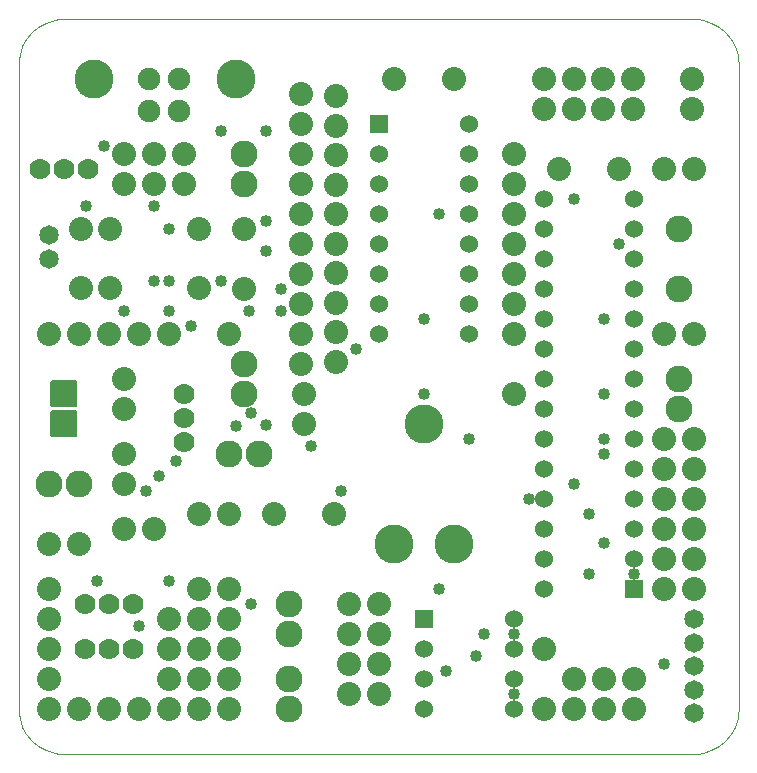
<source format=gbr>
G04 PROTEUS GERBER X2 FILE*
%TF.GenerationSoftware,Labcenter,Proteus,8.16-SP3-Build36097*%
%TF.CreationDate,2025-03-15T21:07:40+00:00*%
%TF.FileFunction,Soldermask,Top*%
%TF.FilePolarity,Negative*%
%TF.Part,Single*%
%TF.SameCoordinates,{0eda3102-f78e-4ef4-8f68-bee456db5da4}*%
%FSLAX45Y45*%
%MOMM*%
G01*
%TA.AperFunction,Material*%
%ADD26C,1.016000*%
%AMPPAD019*
4,1,36,
0.762000,0.635000,
0.762000,-0.635000,
0.759420,-0.660590,
0.752020,-0.684430,
0.740310,-0.706000,
0.724800,-0.724800,
0.706000,-0.740310,
0.684430,-0.752020,
0.660590,-0.759420,
0.635000,-0.762000,
-0.635000,-0.762000,
-0.660590,-0.759420,
-0.684430,-0.752020,
-0.706000,-0.740310,
-0.724800,-0.724800,
-0.740310,-0.706000,
-0.752020,-0.684430,
-0.759420,-0.660590,
-0.762000,-0.635000,
-0.762000,0.635000,
-0.759420,0.660590,
-0.752020,0.684430,
-0.740310,0.706000,
-0.724800,0.724800,
-0.706000,0.740310,
-0.684430,0.752020,
-0.660590,0.759420,
-0.635000,0.762000,
0.635000,0.762000,
0.660590,0.759420,
0.684430,0.752020,
0.706000,0.740310,
0.724800,0.724800,
0.740310,0.706000,
0.752020,0.684430,
0.759420,0.660590,
0.762000,0.635000,
0*%
%TA.AperFunction,Material*%
%ADD27PPAD019*%
%ADD28C,1.524000*%
%TA.AperFunction,Material*%
%ADD29C,2.032000*%
%ADD72C,2.286000*%
%TA.AperFunction,Material*%
%ADD73C,1.651000*%
%TA.AperFunction,Material*%
%ADD30C,3.302000*%
%ADD31C,1.778000*%
%AMPPAD026*
4,1,36,
1.143000,1.016000,
1.143000,-1.016000,
1.140420,-1.041590,
1.133020,-1.065430,
1.121310,-1.087000,
1.105800,-1.105800,
1.087000,-1.121310,
1.065430,-1.133020,
1.041590,-1.140420,
1.016000,-1.143000,
-1.016000,-1.143000,
-1.041590,-1.140420,
-1.065430,-1.133020,
-1.087000,-1.121310,
-1.105800,-1.105800,
-1.121310,-1.087000,
-1.133020,-1.065430,
-1.140420,-1.041590,
-1.143000,-1.016000,
-1.143000,1.016000,
-1.140420,1.041590,
-1.133020,1.065430,
-1.121310,1.087000,
-1.105800,1.105800,
-1.087000,1.121310,
-1.065430,1.133020,
-1.041590,1.140420,
-1.016000,1.143000,
1.016000,1.143000,
1.041590,1.140420,
1.065430,1.133020,
1.087000,1.121310,
1.105800,1.105800,
1.121310,1.087000,
1.133020,1.065430,
1.140420,1.041590,
1.143000,1.016000,
0*%
%TA.AperFunction,Material*%
%ADD32PPAD026*%
%TA.AperFunction,Material*%
%ADD33C,1.905000*%
%TA.AperFunction,Profile*%
%ADD21C,0.101600*%
%TD.AperFunction*%
D26*
X+3599000Y-1674000D03*
X+4869000Y-4214000D03*
X+1186000Y-2245500D03*
X+1186000Y-1610500D03*
X+3916500Y-5420500D03*
X+3980000Y-5230000D03*
X+4234000Y-5230000D03*
X+5123000Y-1928000D03*
X+4996000Y-3198000D03*
X+4996000Y-3579000D03*
X+4742000Y-1547000D03*
X+4742000Y-3960000D03*
X+1122500Y-4023500D03*
X+2011500Y-4976000D03*
X+2265500Y-2309000D03*
X+2138500Y-1737500D03*
X+614500Y-1610500D03*
X+761978Y-1099960D03*
X+1757500Y-975500D03*
X+2138500Y-975500D03*
X+1313000Y-4785500D03*
X+2900500Y-2817000D03*
X+3472000Y-2563000D03*
X+4234000Y-5738000D03*
X+3662500Y-5547500D03*
X+4361000Y-4087000D03*
X+709749Y-4785500D03*
X+2773500Y-4023500D03*
X+1757500Y-2245500D03*
X+3853000Y-3579000D03*
X+5504000Y-5484000D03*
X+3599000Y-4849000D03*
X+4869000Y-4722000D03*
X+4996000Y-3706000D03*
X+932000Y-2499500D03*
X+1313000Y-2499500D03*
X+1503500Y-2626500D03*
X+2138500Y-1991500D03*
X+4996000Y-2563000D03*
X+2519500Y-3642500D03*
X+2138500Y-3459620D03*
X+1885389Y-3467240D03*
X+1376500Y-3769500D03*
X+1059000Y-5166500D03*
X+2008960Y-3360560D03*
X+3472000Y-3198000D03*
X+4996000Y-4460380D03*
X+5250000Y-4722000D03*
X+1230450Y-3896500D03*
X+2265500Y-2499500D03*
X+1997316Y-2499500D03*
X+1313000Y-1801000D03*
X+1313000Y-2245500D03*
D27*
X+3091000Y-912000D03*
D28*
X+3091000Y-1166000D03*
X+3091000Y-1420000D03*
X+3091000Y-1674000D03*
X+3091000Y-1928000D03*
X+3091000Y-2182000D03*
X+3091000Y-2436000D03*
X+3091000Y-2690000D03*
X+3853000Y-2690000D03*
X+3853000Y-2436000D03*
X+3853000Y-2182000D03*
X+3853000Y-1928000D03*
X+3853000Y-1674000D03*
X+3853000Y-1420000D03*
X+3853000Y-1166000D03*
X+3853000Y-912000D03*
D29*
X+2726000Y-932000D03*
X+2726000Y-678000D03*
X+2726000Y-1432000D03*
X+2726000Y-1178000D03*
X+2726000Y-1674000D03*
X+2726000Y-1928000D03*
X+2726000Y-2428000D03*
X+2726000Y-2174000D03*
X+2726000Y-2928000D03*
X+2726000Y-2674000D03*
X+2436000Y-916000D03*
X+2436000Y-662000D03*
X+2436000Y-1424000D03*
X+2436000Y-1170000D03*
X+2436000Y-1932000D03*
X+2436000Y-1678000D03*
X+2436000Y-2440000D03*
X+2436000Y-2186000D03*
X+2436000Y-2948000D03*
X+2436000Y-2694000D03*
X+3218000Y-531000D03*
X+3726000Y-531000D03*
X+4234000Y-1420000D03*
X+4234000Y-1166000D03*
X+4234000Y-1674000D03*
X+4234000Y-1928000D03*
X+4234000Y-2436000D03*
X+4234000Y-2182000D03*
X+4234000Y-3198000D03*
X+4234000Y-2690000D03*
X+4615000Y-1293000D03*
X+5123000Y-1293000D03*
D27*
X+5250000Y-4849000D03*
D28*
X+5250000Y-4595000D03*
X+5250000Y-4341000D03*
X+5250000Y-4087000D03*
X+5250000Y-3833000D03*
X+5250000Y-3579000D03*
X+5250000Y-3325000D03*
X+5250000Y-3071000D03*
X+5250000Y-2817000D03*
X+5250000Y-2563000D03*
X+5250000Y-2309000D03*
X+5250000Y-2055000D03*
X+5250000Y-1801000D03*
X+5250000Y-1547000D03*
X+4488000Y-1547000D03*
X+4488000Y-1801000D03*
X+4488000Y-2055000D03*
X+4488000Y-2309000D03*
X+4488000Y-2563000D03*
X+4488000Y-2817000D03*
X+4488000Y-3071000D03*
X+4488000Y-3325000D03*
X+4488000Y-3579000D03*
X+4488000Y-3833000D03*
X+4488000Y-4087000D03*
X+4488000Y-4341000D03*
X+4488000Y-4595000D03*
X+4488000Y-4847000D03*
D72*
X+5631000Y-2309000D03*
X+5631000Y-1801000D03*
D29*
X+4492000Y-785000D03*
X+4492000Y-531000D03*
X+4742000Y-785000D03*
X+4742000Y-531000D03*
X+4992000Y-531000D03*
X+4992000Y-785000D03*
X+5242000Y-531000D03*
X+5242000Y-785000D03*
X+5742000Y-785000D03*
X+5742000Y-531000D03*
X+5758000Y-1293000D03*
X+5504000Y-1293000D03*
X+5504000Y-2690000D03*
X+5758000Y-2690000D03*
D72*
X+5631000Y-3325000D03*
X+5631000Y-3071000D03*
D29*
X+5504000Y-3579000D03*
X+5758000Y-3579000D03*
X+5758000Y-3833000D03*
X+5504000Y-3833000D03*
X+5758000Y-4087000D03*
X+5504000Y-4087000D03*
X+5758000Y-4341000D03*
X+5504000Y-4341000D03*
X+5758000Y-4595000D03*
X+5504000Y-4595000D03*
X+5504000Y-4849000D03*
X+5758000Y-4849000D03*
D73*
X+5758000Y-5903000D03*
X+5758000Y-5703000D03*
X+5758000Y-5503000D03*
X+5758000Y-5303000D03*
X+5758000Y-5103000D03*
D29*
X+5250000Y-5865000D03*
X+5250000Y-5611000D03*
X+4996000Y-5611000D03*
X+4996000Y-5865000D03*
X+4742000Y-5611000D03*
X+4742000Y-5865000D03*
X+4488000Y-5865000D03*
X+4488000Y-5357000D03*
D27*
X+3472000Y-5103000D03*
D28*
X+3472000Y-5357000D03*
X+3472000Y-5611000D03*
X+3472000Y-5865000D03*
X+4234000Y-5865000D03*
X+4234000Y-5611000D03*
X+4234000Y-5357000D03*
X+4234000Y-5103000D03*
D29*
X+3091000Y-5738000D03*
X+3091000Y-5484000D03*
X+2837000Y-5738000D03*
X+2837000Y-5484000D03*
X+3091000Y-5230000D03*
X+3091000Y-4976000D03*
X+2837000Y-5230000D03*
X+2837000Y-4976000D03*
D30*
X+3218000Y-4468000D03*
X+3726000Y-4468000D03*
X+3472000Y-3452000D03*
D72*
X+2329000Y-5865000D03*
X+2329000Y-5611000D03*
X+2329000Y-4976000D03*
X+2329000Y-5230000D03*
D29*
X+1567000Y-5865000D03*
X+1821000Y-5865000D03*
X+1821000Y-5611000D03*
X+1567000Y-5611000D03*
X+1567000Y-5357000D03*
X+1821000Y-5357000D03*
X+1821000Y-5103000D03*
X+1567000Y-5103000D03*
X+1821000Y-4849000D03*
X+1567000Y-4849000D03*
X+1313000Y-5611000D03*
X+1313000Y-5865000D03*
X+1313000Y-5357000D03*
X+1313000Y-5103000D03*
X+805000Y-5865000D03*
X+1059000Y-5865000D03*
X+297000Y-5865000D03*
X+551000Y-5865000D03*
D31*
X+1008200Y-5357000D03*
X+805000Y-5357000D03*
X+601800Y-5357000D03*
X+601800Y-4976000D03*
X+805000Y-4976000D03*
X+1008200Y-4976000D03*
D29*
X+297000Y-5357000D03*
X+297000Y-5611000D03*
X+297000Y-4849000D03*
X+297000Y-5103000D03*
X+297000Y-4468000D03*
X+551000Y-4468000D03*
X+1186000Y-4341000D03*
X+932000Y-4341000D03*
X+2202000Y-4214000D03*
X+2710000Y-4214000D03*
X+1821000Y-4214000D03*
X+1567000Y-4214000D03*
D72*
X+551000Y-3960000D03*
X+297000Y-3960000D03*
D32*
X+424000Y-3198000D03*
X+424000Y-3452000D03*
D29*
X+932000Y-3960000D03*
X+932000Y-3706000D03*
X+932000Y-3071000D03*
X+932000Y-3325000D03*
D31*
X+1440000Y-3604400D03*
X+1440000Y-3401200D03*
X+1440000Y-3198000D03*
D72*
X+2075000Y-3706000D03*
X+1821000Y-3706000D03*
X+1948000Y-3198000D03*
X+1948000Y-2944000D03*
D29*
X+2456000Y-3452000D03*
X+2456000Y-3198000D03*
X+817000Y-2301000D03*
X+817000Y-1801000D03*
X+1567000Y-2301000D03*
X+1567000Y-1801000D03*
X+567000Y-2301000D03*
X+567000Y-1801000D03*
X+1821000Y-2690000D03*
X+1313000Y-2690000D03*
X+1059000Y-2690000D03*
X+805000Y-2690000D03*
X+551000Y-2690000D03*
X+297000Y-2690000D03*
D73*
X+297000Y-2055000D03*
X+297000Y-1855000D03*
D31*
X+220800Y-1293000D03*
X+424000Y-1293000D03*
X+627200Y-1293000D03*
D29*
X+932000Y-1166000D03*
X+932000Y-1420000D03*
X+1186000Y-1166000D03*
X+1186000Y-1420000D03*
X+1440000Y-1420000D03*
X+1440000Y-1166000D03*
X+1948000Y-1801000D03*
X+1948000Y-2309000D03*
D72*
X+1948000Y-1420000D03*
X+1948000Y-1166000D03*
D33*
X+1149920Y-803880D03*
X+1398840Y-803880D03*
X+1398840Y-532100D03*
X+1149920Y-532100D03*
D30*
X+1881960Y-531000D03*
X+678000Y-531000D03*
D21*
X+43000Y-5865000D02*
X+43000Y-404000D01*
X+424000Y-6246000D02*
X+5758000Y-6246000D01*
X+6139000Y-5865000D02*
X+6139000Y-404000D01*
X+424000Y-23000D02*
X+5758000Y-23000D01*
X+43000Y-404000D02*
X+44967Y-365050D01*
X+50742Y-327225D01*
X+72945Y-255711D01*
X+108077Y-190994D01*
X+154604Y-134604D01*
X+210993Y-88077D01*
X+275711Y-52945D01*
X+347224Y-30742D01*
X+385050Y-24967D01*
X+424000Y-23000D01*
X+5758000Y-23000D02*
X+5796950Y-24967D01*
X+5834776Y-30742D01*
X+5906289Y-52945D01*
X+5971007Y-88077D01*
X+6027396Y-134604D01*
X+6073923Y-190994D01*
X+6109055Y-255711D01*
X+6131258Y-327225D01*
X+6137033Y-365050D01*
X+6139000Y-404000D01*
X+5758000Y-6246000D02*
X+5796950Y-6244033D01*
X+5834776Y-6238258D01*
X+5906289Y-6216055D01*
X+5971007Y-6180923D01*
X+6027396Y-6134396D01*
X+6073923Y-6078006D01*
X+6109055Y-6013289D01*
X+6131258Y-5941775D01*
X+6137033Y-5903950D01*
X+6139000Y-5865000D01*
X+43000Y-5865000D02*
X+44967Y-5903950D01*
X+50742Y-5941775D01*
X+72945Y-6013289D01*
X+108077Y-6078006D01*
X+154604Y-6134396D01*
X+210993Y-6180923D01*
X+275711Y-6216055D01*
X+347224Y-6238258D01*
X+385050Y-6244033D01*
X+424000Y-6246000D01*
M02*

</source>
